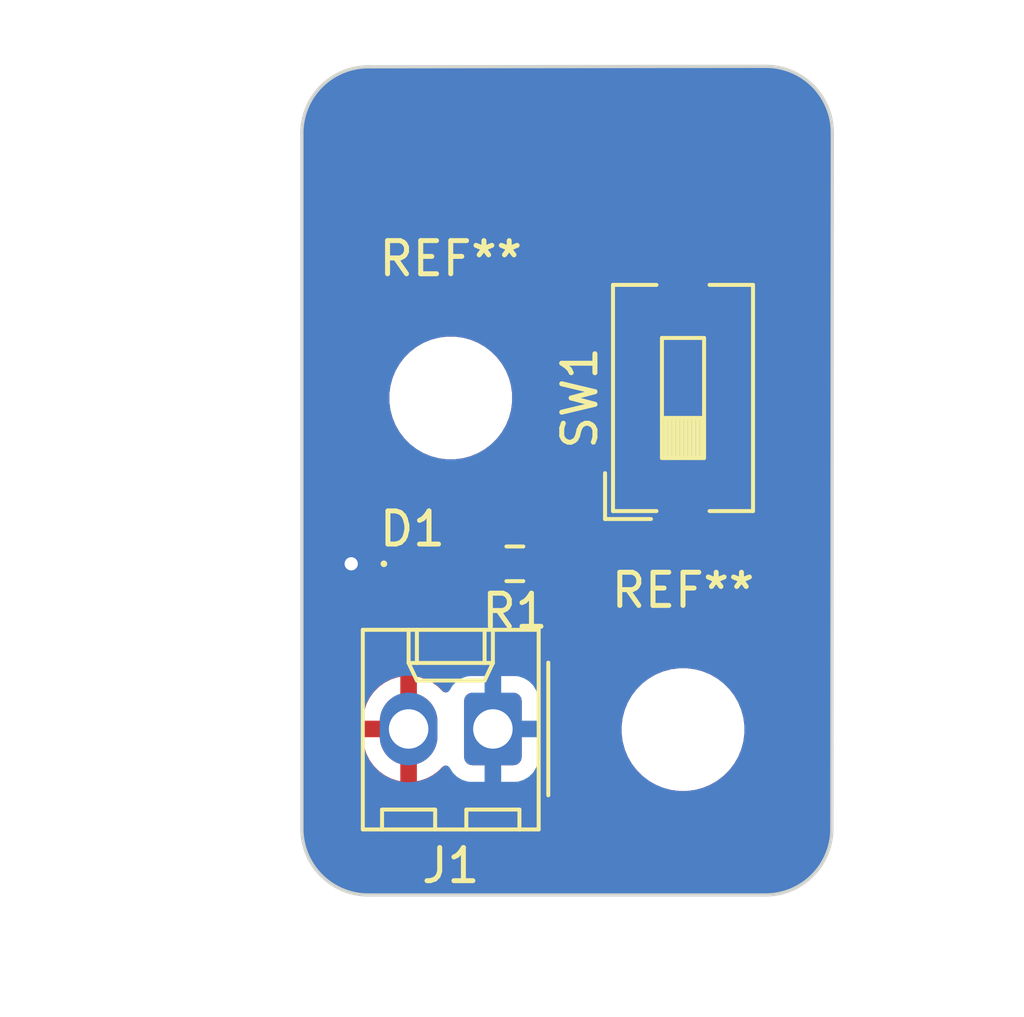
<source format=kicad_pcb>
(kicad_pcb (version 20240108) (generator "pcbnew") (generator_version "8.0")
  (title_block (title "Template") (date "2022-08-16") (rev "0.0") (company "Illini Solar Car") (comment 1 "Designed By: Your Name"))
  (layers (0 "F.Cu" signal) (31 "B.Cu" signal) (34 "B.Paste" user) (35 "F.Paste" user) (36 "B.SilkS" user "B.Silkscreen") (37 "F.SilkS" user "F.Silkscreen") (38 "B.Mask" user) (39 "F.Mask" user) (44 "Edge.Cuts" user))
  (net 0 "")
  (net 1 "GND")
  (net 2 "Net-(D1-A)")
  (net 3 "+5V")
  (net 4 "Net-(R1-Pad1)")
  (footprint "LED_SMD:LED_0201_0603Metric" (layer "F.Cu") (at 25.345 32)
    (property "Reference" "D1" (at 0 -1.05 0) (layer "F.SilkS"))
    (property "Value" "LED")
    (fp_circle (center -0.86 0) (end -0.81 0) (stroke (width 0.1)) (fill none) (layer "F.SilkS"))
    (pad "1" smd roundrect (at -0.32 0) (size 0.46 0.4) (layers "F.Cu" "F.Mask") (net 1 "GND"))
    (pad "2" smd roundrect (at 0.32 0) (size 0.46 0.4) (layers "F.Cu" "F.Mask") (net 2 "Net-(D1-A)"))
  )
  (footprint "Resistor_SMD:R_0603_1608Metric_Pad0.98x0.95mm_HandSolder" (layer "F.Cu") (at 28.4325 32 180)
    (property "Reference" "R1" (at 0 -1.43 360) (layer "F.SilkS"))
    (property "Value" "R_Small")
    (fp_line (start -0.254724 0.5225) (end 0.254724 0.5225) (stroke (width 0.12)) (layer "F.SilkS"))
    (fp_line (start -0.254724 -0.5225) (end 0.254724 -0.5225) (stroke (width 0.12)) (layer "F.SilkS"))
    (pad "1" smd roundrect (at -0.9125 0 180) (size 0.975 0.95) (layers "F.Cu" "F.Paste" "F.Mask") (net 4 "Net-(R1-Pad1)"))
    (pad "2" smd roundrect (at 0.9125 0 180) (size 0.975 0.95) (layers "F.Cu" "F.Paste" "F.Mask") (net 2 "Net-(D1-A)"))
  )
  (footprint "Button_Switch_SMD:SW_DIP_SPSTx01_Slide_6.7x4.1mm_W8.61mm_P2.54mm_LowProfile" (layer "F.Cu") (at 33.5 27 90)
    (property "Reference" "SW1" (at 0 -3.11 90) (layer "F.SilkS"))
    (property "Value" "SW_Push")
    (fp_line (start -3.65 -2.35) (end -2.267 -2.35) (stroke (width 0.12)) (layer "F.SilkS"))
    (fp_line (start -3.65 -2.35) (end -3.65 -0.967) (stroke (width 0.12)) (layer "F.SilkS"))
    (fp_line (start 3.41 -2.11) (end 3.41 -0.8) (stroke (width 0.12)) (layer "F.SilkS"))
    (fp_line (start -3.41 -2.11) (end 3.41 -2.11) (stroke (width 0.12)) (layer "F.SilkS"))
    (fp_line (start -3.41 -2.11) (end -3.41 -0.8) (stroke (width 0.12)) (layer "F.SilkS"))
    (fp_line (start 1.81 -0.635) (end -1.81 -0.635) (stroke (width 0.12)) (layer "F.SilkS"))
    (fp_line (start -0.603333 -0.635) (end -0.603333 0.635) (stroke (width 0.12)) (layer "F.SilkS"))
    (fp_line (start -1.81 -0.635) (end -1.81 0.635) (stroke (width 0.12)) (layer "F.SilkS"))
    (fp_line (start -1.81 -0.515) (end -0.603333 -0.515) (stroke (width 0.12)) (layer "F.SilkS"))
    (fp_line (start -1.81 -0.395) (end -0.603333 -0.395) (stroke (width 0.12)) (layer "F.SilkS"))
    (fp_line (start -1.81 -0.275) (end -0.603333 -0.275) (stroke (width 0.12)) (layer "F.SilkS"))
    (fp_line (start -1.81 -0.155) (end -0.603333 -0.155) (stroke (width 0.12)) (layer "F.SilkS"))
    (fp_line (start -1.81 -0.035) (end -0.603333 -0.035) (stroke (width 0.12)) (layer "F.SilkS"))
    (fp_line (start -1.81 0.085) (end -0.603333 0.085) (stroke (width 0.12)) (layer "F.SilkS"))
    (fp_line (start -1.81 0.205) (end -0.603333 0.205) (stroke (width 0.12)) (layer "F.SilkS"))
    (fp_line (start -1.81 0.325) (end -0.603333 0.325) (stroke (width 0.12)) (layer "F.SilkS"))
    (fp_line (start -1.81 0.445) (end -0.603333 0.445) (stroke (width 0.12)) (layer "F.SilkS"))
    (fp_line (start -1.81 0.565) (end -0.603333 0.565) (stroke (width 0.12)) (layer "F.SilkS"))
    (fp_line (start 1.81 0.635) (end 1.81 -0.635) (stroke (width 0.12)) (layer "F.SilkS"))
    (fp_line (start -1.81 0.635) (end 1.81 0.635) (stroke (width 0.12)) (layer "F.SilkS"))
    (fp_line (start 3.41 0.8) (end 3.41 2.11) (stroke (width 0.12)) (layer "F.SilkS"))
    (fp_line (start -3.41 0.8) (end -3.41 2.11) (stroke (width 0.12)) (layer "F.SilkS"))
    (fp_line (start -3.41 2.11) (end 3.41 2.11) (stroke (width 0.12)) (layer "F.SilkS"))
    (pad "1" smd rect (at -4.305 0 90) (size 2.44 1.12) (layers "F.Cu" "F.Paste" "F.Mask") (net 3 "+5V"))
    (pad "2" smd rect (at 4.305 0 90) (size 2.44 1.12) (layers "F.Cu" "F.Paste" "F.Mask") (net 4 "Net-(R1-Pad1)"))
  )
  (footprint "MountingHole:MountingHole_3.2mm_M3" (layer "F.Cu") (at 26.5 27)
    (property "Reference" "REF**" (at 0 -4.2 0) (layer "F.SilkS"))
    (property "Value" "MountingHole_3.2mm_M3")
    (pad "" np_thru_hole circle (at 0 0) (size 3.2 3.2) (drill 3.2) (layers "*.Cu" "*.Mask"))
  )
  (footprint "MountingHole:MountingHole_3.2mm_M3" (layer "F.Cu") (at 33.5 37)
    (property "Reference" "REF**" (at 0 -4.2 0) (layer "F.SilkS"))
    (property "Value" "MountingHole_3.2mm_M3")
    (pad "" np_thru_hole circle (at 0 0) (size 3.2 3.2) (drill 3.2) (layers "F&B.Cu" "*.Mask"))
  )
  (footprint "Connector_Molex:Molex_KK-254_AE-6410-02A_1x02_P2.54mm_Vertical" (layer "F.Cu") (at 27.77 36.98 180)
    (property "Reference" "J1" (at 1.27 -4.12 360) (layer "F.SilkS"))
    (property "Value" "Conn_01x02")
    (fp_line (start 3.92 2.99) (end 3.92 -3.03) (stroke (width 0.12)) (layer "F.SilkS"))
    (fp_line (start 3.92 -3.03) (end -1.38 -3.03) (stroke (width 0.12)) (layer "F.SilkS"))
    (fp_line (start 3.34 -2.43) (end 3.34 -3.03) (stroke (width 0.12)) (layer "F.SilkS"))
    (fp_line (start 2.54 1.99) (end 2.54 2.99) (stroke (width 0.12)) (layer "F.SilkS"))
    (fp_line (start 2.29 2.99) (end 2.29 1.99) (stroke (width 0.12)) (layer "F.SilkS"))
    (fp_line (start 2.29 1.46) (end 2.54 1.99) (stroke (width 0.12)) (layer "F.SilkS"))
    (fp_line (start 1.74 -2.43) (end 3.34 -2.43) (stroke (width 0.12)) (layer "F.SilkS"))
    (fp_line (start 1.74 -3.03) (end 1.74 -2.43) (stroke (width 0.12)) (layer "F.SilkS"))
    (fp_line (start 0.8 -2.43) (end 0.8 -3.03) (stroke (width 0.12)) (layer "F.SilkS"))
    (fp_line (start 0.25 2.99) (end 0.25 1.99) (stroke (width 0.12)) (layer "F.SilkS"))
    (fp_line (start 0.25 1.46) (end 2.29 1.46) (stroke (width 0.12)) (layer "F.SilkS"))
    (fp_line (start 0 2.99) (end 0 1.99) (stroke (width 0.12)) (layer "F.SilkS"))
    (fp_line (start 0 1.99) (end 2.54 1.99) (stroke (width 0.12)) (layer "F.SilkS"))
    (fp_line (start 0 1.99) (end 0.25 1.46) (stroke (width 0.12)) (layer "F.SilkS"))
    (fp_line (start -0.8 -2.43) (end 0.8 -2.43) (stroke (width 0.12)) (layer "F.SilkS"))
    (fp_line (start -0.8 -3.03) (end -0.8 -2.43) (stroke (width 0.12)) (layer "F.SilkS"))
    (fp_line (start -1.38 2.99) (end 3.92 2.99) (stroke (width 0.12)) (layer "F.SilkS"))
    (fp_line (start -1.38 -3.03) (end -1.38 2.99) (stroke (width 0.12)) (layer "F.SilkS"))
    (fp_line (start -1.67 -2) (end -1.67 2) (stroke (width 0.12)) (layer "F.SilkS"))
    (pad "1" thru_hole roundrect (at 0 0 180) (size 1.74 2.19) (drill 1.19) (layers "*.Cu" "*.Mask") (roundrect_rratio 0.143678) (net 1 "GND"))
    (pad "2" thru_hole oval (at 2.54 0 180) (size 1.74 2.19) (drill 1.19) (layers "*.Cu" "*.Mask") (net 3 "+5V"))
  )
  (gr_line (start 33.5 23) (end 31.5 23) (stroke (width 0.2)) (layer "F.Cu") (net 4))
  (gr_line (start 27.5 32) (end 25.75 32) (stroke (width 0.2)) (layer "F.Cu") (net 2))
  (gr_line (start 30.5 31) (end 30.5 30.5) (stroke (width 0.2)) (layer "F.Cu") (net 4))
  (gr_line (start 31.5 23) (end 30.5 24) (stroke (width 0.2)) (layer "F.Cu") (net 4))
  (gr_line (start 30.5 24) (end 30.5 30.5) (stroke (width 0.2)) (layer "F.Cu") (net 4))
  (gr_line (start 29.5 32) (end 30.5 31) (stroke (width 0.2)) (layer "F.Cu") (net 4))
  (gr_line (start 25 32) (end 23.5 32) (stroke (width 0.2)) (layer "B.Cu") (net 1))
  (gr_line (start 35.985786 41.985786) (end 24.014214 41.985786) (stroke (width 0.1)) (layer "Edge.Cuts"))
  (gr_line (start 38 19) (end 37.985786 39.985786) (stroke (width 0.1)) (layer "Edge.Cuts"))
  (gr_arc (start 37.985786 39.985786) (mid 37.4 41.4) (end 35.985786 41.985786) (stroke (width 0.1)) (layer "Edge.Cuts"))
  (gr_arc (start 36 17) (mid 37.414214 17.585786) (end 38 19) (stroke (width 0.1)) (layer "Edge.Cuts"))
  (gr_arc (start 22.014214 19.014214) (mid 22.6 17.6) (end 24.014214 17.014214) (stroke (width 0.1)) (layer "Edge.Cuts"))
  (gr_line (start 24.014214 17.014214) (end 36 17) (stroke (width 0.1)) (layer "Edge.Cuts"))
  (gr_line (start 22.014214 39.985786) (end 22.014214 19.014214) (stroke (width 0.1)) (layer "Edge.Cuts"))
  (gr_arc (start 24.014214 41.985786) (mid 22.6 41.4) (end 22.014214 39.985786) (stroke (width 0.1)) (layer "Edge.Cuts"))
  (via (at 23.5 32) (size 0.8) (drill 0.4) (layers "F.Cu" "B.Cu") (net 1))
  (zone (net 3) (net_name "+5V") (layer "F.Cu") (connect_pads (clearance 0.508)) (min_thickness 0.25) (fill yes (thermal_gap 0.5) (thermal_bridge_width 0.5))
    (polygon (pts (xy 20 15) (xy 40 15) (xy 40 44) (xy 20 44)))
  )
  (zone (net 1) (net_name "GND") (layer "B.Cu") (priority 1) (connect_pads (clearance 0.508)) (min_thickness 0.25) (fill yes (thermal_gap 0.5) (thermal_bridge_width 0.5))
    (polygon (pts (xy 20 15) (xy 40 15) (xy 40 44) (xy 20 44)))
  )
)
</source>
